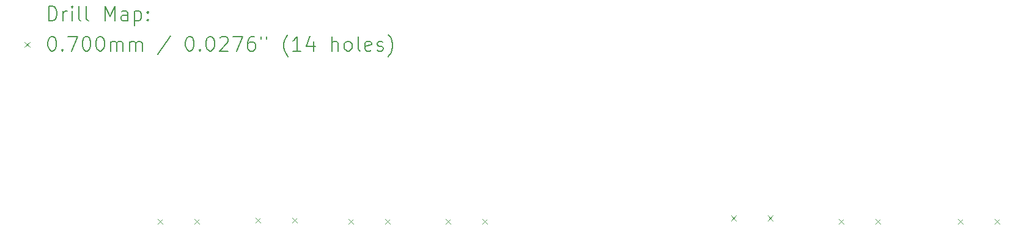
<source format=gbr>
%TF.GenerationSoftware,KiCad,Pcbnew,8.0.8*%
%TF.CreationDate,2025-05-01T05:04:33-05:00*%
%TF.ProjectId,Obstacle_detector,4f627374-6163-46c6-955f-646574656374,rev?*%
%TF.SameCoordinates,Original*%
%TF.FileFunction,Drillmap*%
%TF.FilePolarity,Positive*%
%FSLAX45Y45*%
G04 Gerber Fmt 4.5, Leading zero omitted, Abs format (unit mm)*
G04 Created by KiCad (PCBNEW 8.0.8) date 2025-05-01 05:04:33*
%MOMM*%
%LPD*%
G01*
G04 APERTURE LIST*
%ADD10C,0.200000*%
%ADD11C,0.100000*%
G04 APERTURE END LIST*
D10*
D11*
X1769439Y-3065000D02*
X1839439Y-3135000D01*
X1839439Y-3065000D02*
X1769439Y-3135000D01*
X2277439Y-3065000D02*
X2347439Y-3135000D01*
X2347439Y-3065000D02*
X2277439Y-3135000D01*
X3123439Y-3046412D02*
X3193439Y-3116412D01*
X3193439Y-3046412D02*
X3123439Y-3116412D01*
X3631439Y-3046412D02*
X3701439Y-3116412D01*
X3701439Y-3046412D02*
X3631439Y-3116412D01*
X4411000Y-3065000D02*
X4481000Y-3135000D01*
X4481000Y-3065000D02*
X4411000Y-3135000D01*
X4919000Y-3065000D02*
X4989000Y-3135000D01*
X4989000Y-3065000D02*
X4919000Y-3135000D01*
X5761000Y-3065000D02*
X5831000Y-3135000D01*
X5831000Y-3065000D02*
X5761000Y-3135000D01*
X6269000Y-3065000D02*
X6339000Y-3135000D01*
X6339000Y-3065000D02*
X6269000Y-3135000D01*
X9711000Y-3015000D02*
X9781000Y-3085000D01*
X9781000Y-3015000D02*
X9711000Y-3085000D01*
X10219000Y-3015000D02*
X10289000Y-3085000D01*
X10289000Y-3015000D02*
X10219000Y-3085000D01*
X11203000Y-3065000D02*
X11273000Y-3135000D01*
X11273000Y-3065000D02*
X11203000Y-3135000D01*
X11711000Y-3065000D02*
X11781000Y-3135000D01*
X11781000Y-3065000D02*
X11711000Y-3135000D01*
X12853000Y-3065000D02*
X12923000Y-3135000D01*
X12923000Y-3065000D02*
X12853000Y-3135000D01*
X13361000Y-3065000D02*
X13431000Y-3135000D01*
X13431000Y-3065000D02*
X13361000Y-3135000D01*
D10*
X260777Y-311484D02*
X260777Y-111484D01*
X260777Y-111484D02*
X308396Y-111484D01*
X308396Y-111484D02*
X336967Y-121008D01*
X336967Y-121008D02*
X356015Y-140055D01*
X356015Y-140055D02*
X365539Y-159103D01*
X365539Y-159103D02*
X375062Y-197198D01*
X375062Y-197198D02*
X375062Y-225769D01*
X375062Y-225769D02*
X365539Y-263865D01*
X365539Y-263865D02*
X356015Y-282912D01*
X356015Y-282912D02*
X336967Y-301960D01*
X336967Y-301960D02*
X308396Y-311484D01*
X308396Y-311484D02*
X260777Y-311484D01*
X460777Y-311484D02*
X460777Y-178150D01*
X460777Y-216246D02*
X470301Y-197198D01*
X470301Y-197198D02*
X479824Y-187674D01*
X479824Y-187674D02*
X498872Y-178150D01*
X498872Y-178150D02*
X517920Y-178150D01*
X584586Y-311484D02*
X584586Y-178150D01*
X584586Y-111484D02*
X575063Y-121008D01*
X575063Y-121008D02*
X584586Y-130531D01*
X584586Y-130531D02*
X594110Y-121008D01*
X594110Y-121008D02*
X584586Y-111484D01*
X584586Y-111484D02*
X584586Y-130531D01*
X708396Y-311484D02*
X689348Y-301960D01*
X689348Y-301960D02*
X679824Y-282912D01*
X679824Y-282912D02*
X679824Y-111484D01*
X813158Y-311484D02*
X794110Y-301960D01*
X794110Y-301960D02*
X784586Y-282912D01*
X784586Y-282912D02*
X784586Y-111484D01*
X1041729Y-311484D02*
X1041729Y-111484D01*
X1041729Y-111484D02*
X1108396Y-254341D01*
X1108396Y-254341D02*
X1175063Y-111484D01*
X1175063Y-111484D02*
X1175063Y-311484D01*
X1356015Y-311484D02*
X1356015Y-206722D01*
X1356015Y-206722D02*
X1346491Y-187674D01*
X1346491Y-187674D02*
X1327444Y-178150D01*
X1327444Y-178150D02*
X1289348Y-178150D01*
X1289348Y-178150D02*
X1270301Y-187674D01*
X1356015Y-301960D02*
X1336967Y-311484D01*
X1336967Y-311484D02*
X1289348Y-311484D01*
X1289348Y-311484D02*
X1270301Y-301960D01*
X1270301Y-301960D02*
X1260777Y-282912D01*
X1260777Y-282912D02*
X1260777Y-263865D01*
X1260777Y-263865D02*
X1270301Y-244817D01*
X1270301Y-244817D02*
X1289348Y-235293D01*
X1289348Y-235293D02*
X1336967Y-235293D01*
X1336967Y-235293D02*
X1356015Y-225769D01*
X1451253Y-178150D02*
X1451253Y-378150D01*
X1451253Y-187674D02*
X1470301Y-178150D01*
X1470301Y-178150D02*
X1508396Y-178150D01*
X1508396Y-178150D02*
X1527443Y-187674D01*
X1527443Y-187674D02*
X1536967Y-197198D01*
X1536967Y-197198D02*
X1546491Y-216246D01*
X1546491Y-216246D02*
X1546491Y-273389D01*
X1546491Y-273389D02*
X1536967Y-292436D01*
X1536967Y-292436D02*
X1527443Y-301960D01*
X1527443Y-301960D02*
X1508396Y-311484D01*
X1508396Y-311484D02*
X1470301Y-311484D01*
X1470301Y-311484D02*
X1451253Y-301960D01*
X1632205Y-292436D02*
X1641729Y-301960D01*
X1641729Y-301960D02*
X1632205Y-311484D01*
X1632205Y-311484D02*
X1622682Y-301960D01*
X1622682Y-301960D02*
X1632205Y-292436D01*
X1632205Y-292436D02*
X1632205Y-311484D01*
X1632205Y-187674D02*
X1641729Y-197198D01*
X1641729Y-197198D02*
X1632205Y-206722D01*
X1632205Y-206722D02*
X1622682Y-197198D01*
X1622682Y-197198D02*
X1632205Y-187674D01*
X1632205Y-187674D02*
X1632205Y-206722D01*
D11*
X-70000Y-605000D02*
X0Y-675000D01*
X0Y-605000D02*
X-70000Y-675000D01*
D10*
X298872Y-531484D02*
X317920Y-531484D01*
X317920Y-531484D02*
X336967Y-541008D01*
X336967Y-541008D02*
X346491Y-550531D01*
X346491Y-550531D02*
X356015Y-569579D01*
X356015Y-569579D02*
X365539Y-607674D01*
X365539Y-607674D02*
X365539Y-655293D01*
X365539Y-655293D02*
X356015Y-693389D01*
X356015Y-693389D02*
X346491Y-712436D01*
X346491Y-712436D02*
X336967Y-721960D01*
X336967Y-721960D02*
X317920Y-731484D01*
X317920Y-731484D02*
X298872Y-731484D01*
X298872Y-731484D02*
X279824Y-721960D01*
X279824Y-721960D02*
X270301Y-712436D01*
X270301Y-712436D02*
X260777Y-693389D01*
X260777Y-693389D02*
X251253Y-655293D01*
X251253Y-655293D02*
X251253Y-607674D01*
X251253Y-607674D02*
X260777Y-569579D01*
X260777Y-569579D02*
X270301Y-550531D01*
X270301Y-550531D02*
X279824Y-541008D01*
X279824Y-541008D02*
X298872Y-531484D01*
X451253Y-712436D02*
X460777Y-721960D01*
X460777Y-721960D02*
X451253Y-731484D01*
X451253Y-731484D02*
X441729Y-721960D01*
X441729Y-721960D02*
X451253Y-712436D01*
X451253Y-712436D02*
X451253Y-731484D01*
X527444Y-531484D02*
X660777Y-531484D01*
X660777Y-531484D02*
X575063Y-731484D01*
X775062Y-531484D02*
X794110Y-531484D01*
X794110Y-531484D02*
X813158Y-541008D01*
X813158Y-541008D02*
X822682Y-550531D01*
X822682Y-550531D02*
X832205Y-569579D01*
X832205Y-569579D02*
X841729Y-607674D01*
X841729Y-607674D02*
X841729Y-655293D01*
X841729Y-655293D02*
X832205Y-693389D01*
X832205Y-693389D02*
X822682Y-712436D01*
X822682Y-712436D02*
X813158Y-721960D01*
X813158Y-721960D02*
X794110Y-731484D01*
X794110Y-731484D02*
X775062Y-731484D01*
X775062Y-731484D02*
X756015Y-721960D01*
X756015Y-721960D02*
X746491Y-712436D01*
X746491Y-712436D02*
X736967Y-693389D01*
X736967Y-693389D02*
X727443Y-655293D01*
X727443Y-655293D02*
X727443Y-607674D01*
X727443Y-607674D02*
X736967Y-569579D01*
X736967Y-569579D02*
X746491Y-550531D01*
X746491Y-550531D02*
X756015Y-541008D01*
X756015Y-541008D02*
X775062Y-531484D01*
X965539Y-531484D02*
X984586Y-531484D01*
X984586Y-531484D02*
X1003634Y-541008D01*
X1003634Y-541008D02*
X1013158Y-550531D01*
X1013158Y-550531D02*
X1022682Y-569579D01*
X1022682Y-569579D02*
X1032205Y-607674D01*
X1032205Y-607674D02*
X1032205Y-655293D01*
X1032205Y-655293D02*
X1022682Y-693389D01*
X1022682Y-693389D02*
X1013158Y-712436D01*
X1013158Y-712436D02*
X1003634Y-721960D01*
X1003634Y-721960D02*
X984586Y-731484D01*
X984586Y-731484D02*
X965539Y-731484D01*
X965539Y-731484D02*
X946491Y-721960D01*
X946491Y-721960D02*
X936967Y-712436D01*
X936967Y-712436D02*
X927443Y-693389D01*
X927443Y-693389D02*
X917920Y-655293D01*
X917920Y-655293D02*
X917920Y-607674D01*
X917920Y-607674D02*
X927443Y-569579D01*
X927443Y-569579D02*
X936967Y-550531D01*
X936967Y-550531D02*
X946491Y-541008D01*
X946491Y-541008D02*
X965539Y-531484D01*
X1117920Y-731484D02*
X1117920Y-598150D01*
X1117920Y-617198D02*
X1127444Y-607674D01*
X1127444Y-607674D02*
X1146491Y-598150D01*
X1146491Y-598150D02*
X1175063Y-598150D01*
X1175063Y-598150D02*
X1194110Y-607674D01*
X1194110Y-607674D02*
X1203634Y-626722D01*
X1203634Y-626722D02*
X1203634Y-731484D01*
X1203634Y-626722D02*
X1213158Y-607674D01*
X1213158Y-607674D02*
X1232205Y-598150D01*
X1232205Y-598150D02*
X1260777Y-598150D01*
X1260777Y-598150D02*
X1279825Y-607674D01*
X1279825Y-607674D02*
X1289348Y-626722D01*
X1289348Y-626722D02*
X1289348Y-731484D01*
X1384586Y-731484D02*
X1384586Y-598150D01*
X1384586Y-617198D02*
X1394110Y-607674D01*
X1394110Y-607674D02*
X1413158Y-598150D01*
X1413158Y-598150D02*
X1441729Y-598150D01*
X1441729Y-598150D02*
X1460777Y-607674D01*
X1460777Y-607674D02*
X1470301Y-626722D01*
X1470301Y-626722D02*
X1470301Y-731484D01*
X1470301Y-626722D02*
X1479824Y-607674D01*
X1479824Y-607674D02*
X1498872Y-598150D01*
X1498872Y-598150D02*
X1527443Y-598150D01*
X1527443Y-598150D02*
X1546491Y-607674D01*
X1546491Y-607674D02*
X1556015Y-626722D01*
X1556015Y-626722D02*
X1556015Y-731484D01*
X1946491Y-521960D02*
X1775063Y-779103D01*
X2203634Y-531484D02*
X2222682Y-531484D01*
X2222682Y-531484D02*
X2241729Y-541008D01*
X2241729Y-541008D02*
X2251253Y-550531D01*
X2251253Y-550531D02*
X2260777Y-569579D01*
X2260777Y-569579D02*
X2270301Y-607674D01*
X2270301Y-607674D02*
X2270301Y-655293D01*
X2270301Y-655293D02*
X2260777Y-693389D01*
X2260777Y-693389D02*
X2251253Y-712436D01*
X2251253Y-712436D02*
X2241729Y-721960D01*
X2241729Y-721960D02*
X2222682Y-731484D01*
X2222682Y-731484D02*
X2203634Y-731484D01*
X2203634Y-731484D02*
X2184587Y-721960D01*
X2184587Y-721960D02*
X2175063Y-712436D01*
X2175063Y-712436D02*
X2165539Y-693389D01*
X2165539Y-693389D02*
X2156015Y-655293D01*
X2156015Y-655293D02*
X2156015Y-607674D01*
X2156015Y-607674D02*
X2165539Y-569579D01*
X2165539Y-569579D02*
X2175063Y-550531D01*
X2175063Y-550531D02*
X2184587Y-541008D01*
X2184587Y-541008D02*
X2203634Y-531484D01*
X2356015Y-712436D02*
X2365539Y-721960D01*
X2365539Y-721960D02*
X2356015Y-731484D01*
X2356015Y-731484D02*
X2346491Y-721960D01*
X2346491Y-721960D02*
X2356015Y-712436D01*
X2356015Y-712436D02*
X2356015Y-731484D01*
X2489348Y-531484D02*
X2508396Y-531484D01*
X2508396Y-531484D02*
X2527444Y-541008D01*
X2527444Y-541008D02*
X2536968Y-550531D01*
X2536968Y-550531D02*
X2546491Y-569579D01*
X2546491Y-569579D02*
X2556015Y-607674D01*
X2556015Y-607674D02*
X2556015Y-655293D01*
X2556015Y-655293D02*
X2546491Y-693389D01*
X2546491Y-693389D02*
X2536968Y-712436D01*
X2536968Y-712436D02*
X2527444Y-721960D01*
X2527444Y-721960D02*
X2508396Y-731484D01*
X2508396Y-731484D02*
X2489348Y-731484D01*
X2489348Y-731484D02*
X2470301Y-721960D01*
X2470301Y-721960D02*
X2460777Y-712436D01*
X2460777Y-712436D02*
X2451253Y-693389D01*
X2451253Y-693389D02*
X2441729Y-655293D01*
X2441729Y-655293D02*
X2441729Y-607674D01*
X2441729Y-607674D02*
X2451253Y-569579D01*
X2451253Y-569579D02*
X2460777Y-550531D01*
X2460777Y-550531D02*
X2470301Y-541008D01*
X2470301Y-541008D02*
X2489348Y-531484D01*
X2632206Y-550531D02*
X2641729Y-541008D01*
X2641729Y-541008D02*
X2660777Y-531484D01*
X2660777Y-531484D02*
X2708396Y-531484D01*
X2708396Y-531484D02*
X2727444Y-541008D01*
X2727444Y-541008D02*
X2736968Y-550531D01*
X2736968Y-550531D02*
X2746491Y-569579D01*
X2746491Y-569579D02*
X2746491Y-588627D01*
X2746491Y-588627D02*
X2736968Y-617198D01*
X2736968Y-617198D02*
X2622682Y-731484D01*
X2622682Y-731484D02*
X2746491Y-731484D01*
X2813158Y-531484D02*
X2946491Y-531484D01*
X2946491Y-531484D02*
X2860777Y-731484D01*
X3108396Y-531484D02*
X3070301Y-531484D01*
X3070301Y-531484D02*
X3051253Y-541008D01*
X3051253Y-541008D02*
X3041729Y-550531D01*
X3041729Y-550531D02*
X3022682Y-579103D01*
X3022682Y-579103D02*
X3013158Y-617198D01*
X3013158Y-617198D02*
X3013158Y-693389D01*
X3013158Y-693389D02*
X3022682Y-712436D01*
X3022682Y-712436D02*
X3032206Y-721960D01*
X3032206Y-721960D02*
X3051253Y-731484D01*
X3051253Y-731484D02*
X3089348Y-731484D01*
X3089348Y-731484D02*
X3108396Y-721960D01*
X3108396Y-721960D02*
X3117920Y-712436D01*
X3117920Y-712436D02*
X3127444Y-693389D01*
X3127444Y-693389D02*
X3127444Y-645770D01*
X3127444Y-645770D02*
X3117920Y-626722D01*
X3117920Y-626722D02*
X3108396Y-617198D01*
X3108396Y-617198D02*
X3089348Y-607674D01*
X3089348Y-607674D02*
X3051253Y-607674D01*
X3051253Y-607674D02*
X3032206Y-617198D01*
X3032206Y-617198D02*
X3022682Y-626722D01*
X3022682Y-626722D02*
X3013158Y-645770D01*
X3203634Y-531484D02*
X3203634Y-569579D01*
X3279825Y-531484D02*
X3279825Y-569579D01*
X3575063Y-807674D02*
X3565539Y-798150D01*
X3565539Y-798150D02*
X3546491Y-769579D01*
X3546491Y-769579D02*
X3536968Y-750531D01*
X3536968Y-750531D02*
X3527444Y-721960D01*
X3527444Y-721960D02*
X3517920Y-674341D01*
X3517920Y-674341D02*
X3517920Y-636246D01*
X3517920Y-636246D02*
X3527444Y-588627D01*
X3527444Y-588627D02*
X3536968Y-560055D01*
X3536968Y-560055D02*
X3546491Y-541008D01*
X3546491Y-541008D02*
X3565539Y-512436D01*
X3565539Y-512436D02*
X3575063Y-502912D01*
X3756015Y-731484D02*
X3641729Y-731484D01*
X3698872Y-731484D02*
X3698872Y-531484D01*
X3698872Y-531484D02*
X3679825Y-560055D01*
X3679825Y-560055D02*
X3660777Y-579103D01*
X3660777Y-579103D02*
X3641729Y-588627D01*
X3927444Y-598150D02*
X3927444Y-731484D01*
X3879825Y-521960D02*
X3832206Y-664817D01*
X3832206Y-664817D02*
X3956015Y-664817D01*
X4184587Y-731484D02*
X4184587Y-531484D01*
X4270301Y-731484D02*
X4270301Y-626722D01*
X4270301Y-626722D02*
X4260777Y-607674D01*
X4260777Y-607674D02*
X4241730Y-598150D01*
X4241730Y-598150D02*
X4213158Y-598150D01*
X4213158Y-598150D02*
X4194110Y-607674D01*
X4194110Y-607674D02*
X4184587Y-617198D01*
X4394111Y-731484D02*
X4375063Y-721960D01*
X4375063Y-721960D02*
X4365539Y-712436D01*
X4365539Y-712436D02*
X4356015Y-693389D01*
X4356015Y-693389D02*
X4356015Y-636246D01*
X4356015Y-636246D02*
X4365539Y-617198D01*
X4365539Y-617198D02*
X4375063Y-607674D01*
X4375063Y-607674D02*
X4394111Y-598150D01*
X4394111Y-598150D02*
X4422682Y-598150D01*
X4422682Y-598150D02*
X4441730Y-607674D01*
X4441730Y-607674D02*
X4451253Y-617198D01*
X4451253Y-617198D02*
X4460777Y-636246D01*
X4460777Y-636246D02*
X4460777Y-693389D01*
X4460777Y-693389D02*
X4451253Y-712436D01*
X4451253Y-712436D02*
X4441730Y-721960D01*
X4441730Y-721960D02*
X4422682Y-731484D01*
X4422682Y-731484D02*
X4394111Y-731484D01*
X4575063Y-731484D02*
X4556015Y-721960D01*
X4556015Y-721960D02*
X4546492Y-702912D01*
X4546492Y-702912D02*
X4546492Y-531484D01*
X4727444Y-721960D02*
X4708396Y-731484D01*
X4708396Y-731484D02*
X4670301Y-731484D01*
X4670301Y-731484D02*
X4651253Y-721960D01*
X4651253Y-721960D02*
X4641730Y-702912D01*
X4641730Y-702912D02*
X4641730Y-626722D01*
X4641730Y-626722D02*
X4651253Y-607674D01*
X4651253Y-607674D02*
X4670301Y-598150D01*
X4670301Y-598150D02*
X4708396Y-598150D01*
X4708396Y-598150D02*
X4727444Y-607674D01*
X4727444Y-607674D02*
X4736968Y-626722D01*
X4736968Y-626722D02*
X4736968Y-645770D01*
X4736968Y-645770D02*
X4641730Y-664817D01*
X4813158Y-721960D02*
X4832206Y-731484D01*
X4832206Y-731484D02*
X4870301Y-731484D01*
X4870301Y-731484D02*
X4889349Y-721960D01*
X4889349Y-721960D02*
X4898873Y-702912D01*
X4898873Y-702912D02*
X4898873Y-693389D01*
X4898873Y-693389D02*
X4889349Y-674341D01*
X4889349Y-674341D02*
X4870301Y-664817D01*
X4870301Y-664817D02*
X4841730Y-664817D01*
X4841730Y-664817D02*
X4822682Y-655293D01*
X4822682Y-655293D02*
X4813158Y-636246D01*
X4813158Y-636246D02*
X4813158Y-626722D01*
X4813158Y-626722D02*
X4822682Y-607674D01*
X4822682Y-607674D02*
X4841730Y-598150D01*
X4841730Y-598150D02*
X4870301Y-598150D01*
X4870301Y-598150D02*
X4889349Y-607674D01*
X4965539Y-807674D02*
X4975063Y-798150D01*
X4975063Y-798150D02*
X4994111Y-769579D01*
X4994111Y-769579D02*
X5003634Y-750531D01*
X5003634Y-750531D02*
X5013158Y-721960D01*
X5013158Y-721960D02*
X5022682Y-674341D01*
X5022682Y-674341D02*
X5022682Y-636246D01*
X5022682Y-636246D02*
X5013158Y-588627D01*
X5013158Y-588627D02*
X5003634Y-560055D01*
X5003634Y-560055D02*
X4994111Y-541008D01*
X4994111Y-541008D02*
X4975063Y-512436D01*
X4975063Y-512436D02*
X4965539Y-502912D01*
M02*

</source>
